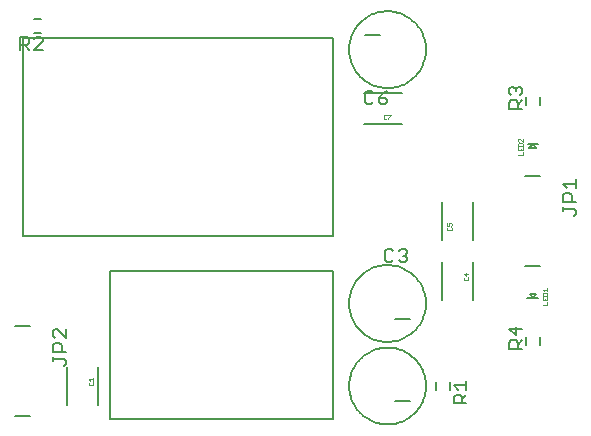
<source format=gto>
G75*
%MOIN*%
%OFA0B0*%
%FSLAX24Y24*%
%IPPOS*%
%LPD*%
%AMOC8*
5,1,8,0,0,1.08239X$1,22.5*
%
%ADD10C,0.0050*%
%ADD11C,0.0080*%
%ADD12C,0.0010*%
%ADD13C,0.0060*%
D10*
X004080Y001080D02*
X004080Y006030D01*
X011530Y006030D01*
X011530Y001080D01*
X004080Y001080D01*
X002550Y002854D02*
X002625Y002929D01*
X002625Y003004D01*
X002550Y003079D01*
X002175Y003079D01*
X002175Y003004D02*
X002175Y003154D01*
X002175Y003314D02*
X002175Y003539D01*
X002250Y003614D01*
X002400Y003614D01*
X002475Y003539D01*
X002475Y003314D01*
X002625Y003314D02*
X002175Y003314D01*
X002250Y003775D02*
X002175Y003850D01*
X002175Y004000D01*
X002250Y004075D01*
X002325Y004075D01*
X002625Y003775D01*
X002625Y004075D01*
X001180Y007180D02*
X011530Y007180D01*
X011530Y013778D01*
X001180Y013778D01*
X001180Y007180D01*
X018003Y005100D02*
X018180Y005100D01*
X018347Y005100D01*
X018298Y005258D02*
X018180Y005100D01*
X018072Y005258D01*
X018298Y005258D01*
X019550Y007854D02*
X019625Y007929D01*
X019625Y008004D01*
X019550Y008079D01*
X019175Y008079D01*
X019175Y008004D02*
X019175Y008154D01*
X019175Y008314D02*
X019175Y008539D01*
X019250Y008614D01*
X019400Y008614D01*
X019475Y008539D01*
X019475Y008314D01*
X019625Y008314D02*
X019175Y008314D01*
X019325Y008775D02*
X019175Y008925D01*
X019625Y008925D01*
X019625Y008775D02*
X019625Y009075D01*
X018288Y010102D02*
X018062Y010102D01*
X018180Y010260D01*
X018357Y010260D01*
X018288Y010102D02*
X018180Y010260D01*
X018013Y010260D01*
D11*
X001430Y001180D02*
X000930Y001180D01*
X002668Y001550D02*
X002668Y002810D01*
X003692Y002810D02*
X003692Y001550D01*
X001430Y004180D02*
X000930Y004180D01*
X012550Y010918D02*
X013810Y010918D01*
X013248Y011581D02*
X013108Y011581D01*
X013038Y011651D01*
X013038Y011791D01*
X013248Y011791D01*
X013318Y011721D01*
X013318Y011651D01*
X013248Y011581D01*
X013038Y011791D02*
X013178Y011931D01*
X013318Y012001D01*
X012858Y011931D02*
X012788Y012001D01*
X012648Y012001D01*
X012577Y011931D01*
X012577Y011651D01*
X012648Y011581D01*
X012788Y011581D01*
X012858Y011651D01*
X012550Y011942D02*
X013810Y011942D01*
X012057Y013391D02*
X012059Y013462D01*
X012065Y013533D01*
X012075Y013604D01*
X012089Y013673D01*
X012106Y013742D01*
X012128Y013810D01*
X012153Y013877D01*
X012182Y013942D01*
X012214Y014005D01*
X012250Y014067D01*
X012289Y014126D01*
X012332Y014183D01*
X012377Y014238D01*
X012426Y014290D01*
X012477Y014339D01*
X012531Y014385D01*
X012588Y014429D01*
X012646Y014469D01*
X012707Y014505D01*
X012770Y014539D01*
X012835Y014568D01*
X012901Y014594D01*
X012969Y014617D01*
X013037Y014635D01*
X013107Y014650D01*
X013177Y014661D01*
X013248Y014668D01*
X013319Y014671D01*
X013390Y014670D01*
X013461Y014665D01*
X013532Y014656D01*
X013602Y014643D01*
X013671Y014627D01*
X013739Y014606D01*
X013806Y014582D01*
X013872Y014554D01*
X013935Y014522D01*
X013997Y014487D01*
X014057Y014449D01*
X014115Y014407D01*
X014170Y014363D01*
X014223Y014315D01*
X014273Y014264D01*
X014320Y014211D01*
X014364Y014155D01*
X014405Y014097D01*
X014443Y014036D01*
X014477Y013974D01*
X014507Y013909D01*
X014534Y013844D01*
X014558Y013776D01*
X014577Y013708D01*
X014593Y013639D01*
X014605Y013568D01*
X014613Y013498D01*
X014617Y013427D01*
X014617Y013355D01*
X014613Y013284D01*
X014605Y013214D01*
X014593Y013143D01*
X014577Y013074D01*
X014558Y013006D01*
X014534Y012938D01*
X014507Y012873D01*
X014477Y012808D01*
X014443Y012746D01*
X014405Y012685D01*
X014364Y012627D01*
X014320Y012571D01*
X014273Y012518D01*
X014223Y012467D01*
X014170Y012419D01*
X014115Y012375D01*
X014057Y012333D01*
X013997Y012295D01*
X013935Y012260D01*
X013872Y012228D01*
X013806Y012200D01*
X013739Y012176D01*
X013671Y012155D01*
X013602Y012139D01*
X013532Y012126D01*
X013461Y012117D01*
X013390Y012112D01*
X013319Y012111D01*
X013248Y012114D01*
X013177Y012121D01*
X013107Y012132D01*
X013037Y012147D01*
X012969Y012165D01*
X012901Y012188D01*
X012835Y012214D01*
X012770Y012243D01*
X012707Y012277D01*
X012646Y012313D01*
X012588Y012353D01*
X012531Y012397D01*
X012477Y012443D01*
X012426Y012492D01*
X012377Y012544D01*
X012332Y012599D01*
X012289Y012656D01*
X012250Y012715D01*
X012214Y012777D01*
X012182Y012840D01*
X012153Y012905D01*
X012128Y012972D01*
X012106Y013040D01*
X012089Y013109D01*
X012075Y013178D01*
X012065Y013249D01*
X012059Y013320D01*
X012057Y013391D01*
X012587Y013891D02*
X013087Y013891D01*
X017395Y012091D02*
X017395Y011950D01*
X017465Y011880D01*
X017465Y011700D02*
X017605Y011700D01*
X017675Y011630D01*
X017675Y011420D01*
X017815Y011420D02*
X017395Y011420D01*
X017395Y011630D01*
X017465Y011700D01*
X017675Y011560D02*
X017815Y011700D01*
X017745Y011880D02*
X017815Y011950D01*
X017815Y012091D01*
X017745Y012161D01*
X017675Y012161D01*
X017605Y012091D01*
X017605Y012021D01*
X017605Y012091D02*
X017535Y012161D01*
X017465Y012161D01*
X017395Y012091D01*
X017930Y009180D02*
X018430Y009180D01*
X016192Y008310D02*
X016192Y007050D01*
X016192Y006310D02*
X016192Y005050D01*
X015168Y005050D02*
X015168Y006310D01*
X015168Y007050D02*
X015168Y008310D01*
X013927Y006740D02*
X013997Y006670D01*
X013997Y006600D01*
X013927Y006530D01*
X013997Y006460D01*
X013997Y006390D01*
X013927Y006320D01*
X013787Y006320D01*
X013717Y006390D01*
X013537Y006390D02*
X013467Y006320D01*
X013327Y006320D01*
X013257Y006390D01*
X013257Y006670D01*
X013327Y006740D01*
X013467Y006740D01*
X013537Y006670D01*
X013717Y006670D02*
X013787Y006740D01*
X013927Y006740D01*
X013927Y006530D02*
X013857Y006530D01*
X012057Y004930D02*
X012059Y005001D01*
X012065Y005072D01*
X012075Y005143D01*
X012089Y005212D01*
X012106Y005281D01*
X012128Y005349D01*
X012153Y005416D01*
X012182Y005481D01*
X012214Y005544D01*
X012250Y005606D01*
X012289Y005665D01*
X012332Y005722D01*
X012377Y005777D01*
X012426Y005829D01*
X012477Y005878D01*
X012531Y005924D01*
X012588Y005968D01*
X012646Y006008D01*
X012707Y006044D01*
X012770Y006078D01*
X012835Y006107D01*
X012901Y006133D01*
X012969Y006156D01*
X013037Y006174D01*
X013107Y006189D01*
X013177Y006200D01*
X013248Y006207D01*
X013319Y006210D01*
X013390Y006209D01*
X013461Y006204D01*
X013532Y006195D01*
X013602Y006182D01*
X013671Y006166D01*
X013739Y006145D01*
X013806Y006121D01*
X013872Y006093D01*
X013935Y006061D01*
X013997Y006026D01*
X014057Y005988D01*
X014115Y005946D01*
X014170Y005902D01*
X014223Y005854D01*
X014273Y005803D01*
X014320Y005750D01*
X014364Y005694D01*
X014405Y005636D01*
X014443Y005575D01*
X014477Y005513D01*
X014507Y005448D01*
X014534Y005383D01*
X014558Y005315D01*
X014577Y005247D01*
X014593Y005178D01*
X014605Y005107D01*
X014613Y005037D01*
X014617Y004966D01*
X014617Y004894D01*
X014613Y004823D01*
X014605Y004753D01*
X014593Y004682D01*
X014577Y004613D01*
X014558Y004545D01*
X014534Y004477D01*
X014507Y004412D01*
X014477Y004347D01*
X014443Y004285D01*
X014405Y004224D01*
X014364Y004166D01*
X014320Y004110D01*
X014273Y004057D01*
X014223Y004006D01*
X014170Y003958D01*
X014115Y003914D01*
X014057Y003872D01*
X013997Y003834D01*
X013935Y003799D01*
X013872Y003767D01*
X013806Y003739D01*
X013739Y003715D01*
X013671Y003694D01*
X013602Y003678D01*
X013532Y003665D01*
X013461Y003656D01*
X013390Y003651D01*
X013319Y003650D01*
X013248Y003653D01*
X013177Y003660D01*
X013107Y003671D01*
X013037Y003686D01*
X012969Y003704D01*
X012901Y003727D01*
X012835Y003753D01*
X012770Y003782D01*
X012707Y003816D01*
X012646Y003852D01*
X012588Y003892D01*
X012531Y003936D01*
X012477Y003982D01*
X012426Y004031D01*
X012377Y004083D01*
X012332Y004138D01*
X012289Y004195D01*
X012250Y004254D01*
X012214Y004316D01*
X012182Y004379D01*
X012153Y004444D01*
X012128Y004511D01*
X012106Y004579D01*
X012089Y004648D01*
X012075Y004717D01*
X012065Y004788D01*
X012059Y004859D01*
X012057Y004930D01*
X013587Y004430D02*
X014087Y004430D01*
X015545Y002200D02*
X015965Y002200D01*
X015965Y002060D02*
X015965Y002340D01*
X015685Y002060D02*
X015545Y002200D01*
X015615Y001879D02*
X015755Y001879D01*
X015825Y001809D01*
X015825Y001599D01*
X015965Y001599D02*
X015545Y001599D01*
X015545Y001809D01*
X015615Y001879D01*
X015825Y001739D02*
X015965Y001879D01*
X014087Y001680D02*
X013587Y001680D01*
X012057Y002180D02*
X012059Y002251D01*
X012065Y002322D01*
X012075Y002393D01*
X012089Y002462D01*
X012106Y002531D01*
X012128Y002599D01*
X012153Y002666D01*
X012182Y002731D01*
X012214Y002794D01*
X012250Y002856D01*
X012289Y002915D01*
X012332Y002972D01*
X012377Y003027D01*
X012426Y003079D01*
X012477Y003128D01*
X012531Y003174D01*
X012588Y003218D01*
X012646Y003258D01*
X012707Y003294D01*
X012770Y003328D01*
X012835Y003357D01*
X012901Y003383D01*
X012969Y003406D01*
X013037Y003424D01*
X013107Y003439D01*
X013177Y003450D01*
X013248Y003457D01*
X013319Y003460D01*
X013390Y003459D01*
X013461Y003454D01*
X013532Y003445D01*
X013602Y003432D01*
X013671Y003416D01*
X013739Y003395D01*
X013806Y003371D01*
X013872Y003343D01*
X013935Y003311D01*
X013997Y003276D01*
X014057Y003238D01*
X014115Y003196D01*
X014170Y003152D01*
X014223Y003104D01*
X014273Y003053D01*
X014320Y003000D01*
X014364Y002944D01*
X014405Y002886D01*
X014443Y002825D01*
X014477Y002763D01*
X014507Y002698D01*
X014534Y002633D01*
X014558Y002565D01*
X014577Y002497D01*
X014593Y002428D01*
X014605Y002357D01*
X014613Y002287D01*
X014617Y002216D01*
X014617Y002144D01*
X014613Y002073D01*
X014605Y002003D01*
X014593Y001932D01*
X014577Y001863D01*
X014558Y001795D01*
X014534Y001727D01*
X014507Y001662D01*
X014477Y001597D01*
X014443Y001535D01*
X014405Y001474D01*
X014364Y001416D01*
X014320Y001360D01*
X014273Y001307D01*
X014223Y001256D01*
X014170Y001208D01*
X014115Y001164D01*
X014057Y001122D01*
X013997Y001084D01*
X013935Y001049D01*
X013872Y001017D01*
X013806Y000989D01*
X013739Y000965D01*
X013671Y000944D01*
X013602Y000928D01*
X013532Y000915D01*
X013461Y000906D01*
X013390Y000901D01*
X013319Y000900D01*
X013248Y000903D01*
X013177Y000910D01*
X013107Y000921D01*
X013037Y000936D01*
X012969Y000954D01*
X012901Y000977D01*
X012835Y001003D01*
X012770Y001032D01*
X012707Y001066D01*
X012646Y001102D01*
X012588Y001142D01*
X012531Y001186D01*
X012477Y001232D01*
X012426Y001281D01*
X012377Y001333D01*
X012332Y001388D01*
X012289Y001445D01*
X012250Y001504D01*
X012214Y001566D01*
X012182Y001629D01*
X012153Y001694D01*
X012128Y001761D01*
X012106Y001829D01*
X012089Y001898D01*
X012075Y001967D01*
X012065Y002038D01*
X012059Y002109D01*
X012057Y002180D01*
X017395Y003420D02*
X017395Y003630D01*
X017465Y003700D01*
X017605Y003700D01*
X017675Y003630D01*
X017675Y003420D01*
X017815Y003420D02*
X017395Y003420D01*
X017675Y003560D02*
X017815Y003700D01*
X017605Y003880D02*
X017605Y004161D01*
X017815Y004091D02*
X017395Y004091D01*
X017605Y003880D01*
X017930Y006180D02*
X018430Y006180D01*
X001840Y013395D02*
X001560Y013395D01*
X001840Y013675D01*
X001840Y013745D01*
X001770Y013815D01*
X001630Y013815D01*
X001560Y013745D01*
X001379Y013745D02*
X001379Y013605D01*
X001309Y013535D01*
X001099Y013535D01*
X001099Y013395D02*
X001099Y013815D01*
X001309Y013815D01*
X001379Y013745D01*
X001239Y013535D02*
X001379Y013395D01*
D12*
X013205Y011203D02*
X013205Y011103D01*
X013230Y011078D01*
X013280Y011078D01*
X013305Y011103D01*
X013353Y011103D02*
X013353Y011078D01*
X013353Y011103D02*
X013453Y011203D01*
X013453Y011228D01*
X013353Y011228D01*
X013305Y011203D02*
X013280Y011228D01*
X013230Y011228D01*
X013205Y011203D01*
X017700Y010402D02*
X017700Y010352D01*
X017725Y010327D01*
X017725Y010280D02*
X017700Y010255D01*
X017700Y010180D01*
X017850Y010180D01*
X017850Y010255D01*
X017825Y010280D01*
X017725Y010280D01*
X017700Y010402D02*
X017725Y010427D01*
X017750Y010427D01*
X017850Y010327D01*
X017850Y010427D01*
X017850Y010132D02*
X017850Y010032D01*
X017700Y010032D01*
X017700Y010132D01*
X017775Y010082D02*
X017775Y010032D01*
X017850Y009985D02*
X017850Y009885D01*
X017700Y009885D01*
X015453Y007617D02*
X015478Y007592D01*
X015478Y007542D01*
X015453Y007517D01*
X015453Y007470D02*
X015478Y007445D01*
X015478Y007395D01*
X015453Y007370D01*
X015353Y007370D01*
X015328Y007395D01*
X015328Y007445D01*
X015353Y007470D01*
X015328Y007517D02*
X015403Y007517D01*
X015378Y007567D01*
X015378Y007592D01*
X015403Y007617D01*
X015453Y007617D01*
X015328Y007617D02*
X015328Y007517D01*
X015882Y005928D02*
X015957Y005853D01*
X015957Y005953D01*
X016032Y005928D02*
X015882Y005928D01*
X015907Y005805D02*
X015882Y005780D01*
X015882Y005730D01*
X015907Y005705D01*
X016007Y005705D01*
X016032Y005730D01*
X016032Y005780D01*
X016007Y005805D01*
X018510Y005388D02*
X018660Y005388D01*
X018660Y005338D02*
X018660Y005438D01*
X018560Y005338D02*
X018510Y005388D01*
X018535Y005290D02*
X018510Y005265D01*
X018510Y005190D01*
X018660Y005190D01*
X018660Y005265D01*
X018635Y005290D01*
X018535Y005290D01*
X018510Y005143D02*
X018510Y005043D01*
X018660Y005043D01*
X018660Y005143D01*
X018585Y005093D02*
X018585Y005043D01*
X018660Y004996D02*
X018660Y004896D01*
X018510Y004896D01*
X003532Y002453D02*
X003532Y002353D01*
X003532Y002403D02*
X003382Y002403D01*
X003432Y002353D01*
X003407Y002305D02*
X003382Y002280D01*
X003382Y002230D01*
X003407Y002205D01*
X003507Y002205D01*
X003532Y002230D01*
X003532Y002280D01*
X003507Y002305D01*
D13*
X014944Y002298D02*
X014944Y002062D01*
X015416Y002062D02*
X015416Y002298D01*
X017944Y003562D02*
X017944Y003798D01*
X018416Y003798D02*
X018416Y003562D01*
X018416Y011562D02*
X018416Y011798D01*
X017944Y011798D02*
X017944Y011562D01*
X001798Y013944D02*
X001562Y013944D01*
X001562Y014416D02*
X001798Y014416D01*
M02*

</source>
